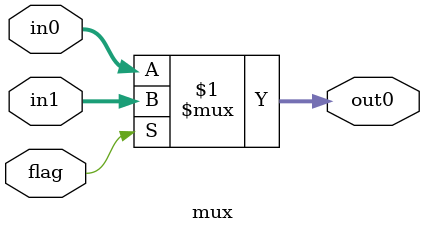
<source format=v>
`timescale 1ns / 1ps


module mux #(parameter W=32)(
input [W-1:0]in0,in1,
input flag,
output [W-1:0]out0
    );
    assign out0=flag?in1:in0;
endmodule

</source>
